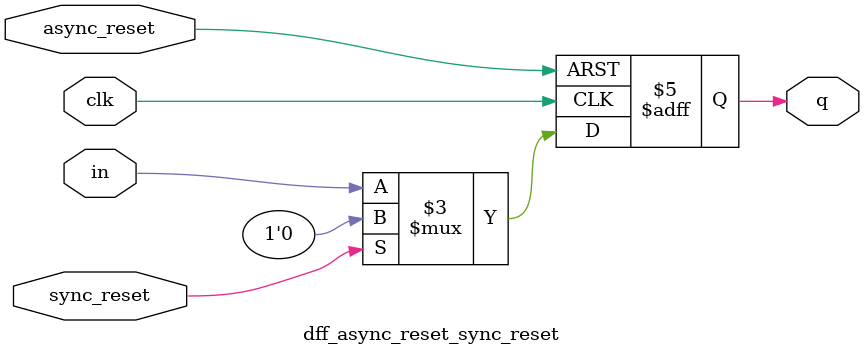
<source format=v>
module dff_async_reset_sync_reset(
    input  in,
    input  clk,
    input  async_reset,
    input  sync_reset,
    output reg q
);
    always @(posedge clk or posedge async_reset) begin
        if (async_reset)
            q <= 1'b0;
        else if (sync_reset)
            q <= 1'b0;
        else
            q <= in;
    end
endmodule


</source>
